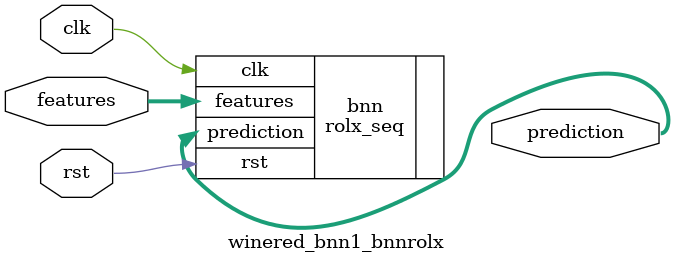
<source format=v>













module winered_bnn1_bnnrolx #(

parameter FEAT_CNT = 11,
parameter HIDDEN_CNT = 40,
parameter FEAT_BITS = 4,
parameter CLASS_CNT = 6,
parameter TEST_CNT = 1000


  ) (
  input clk,
  input rst,
  input [FEAT_CNT*FEAT_BITS-1:0] features,
  output [$clog2(CLASS_CNT)-1:0] prediction
  );

  localparam Weights0 = 440'b11101100111111100100101100110010011011110110111111101101011011000101100010011000011100010100101010010000111110001110100110011010100011010100001101110011000000011110001100111000111000000010110101110111101111111000101110110001010110011111100000101010011100101001111011101110111001010100110111000110111111000101110111100001000000011011111010111001101100001010010111011100011001101010110110010000011110100000101000110010000011100000000110011000 ;
  localparam Weights1 = 240'b101011110101010111101111010101000101111001101110110011111110010011110100100011101000101011111101111001010101001011000101101011100011011000100010000100100000001111000110100000011011100000011101001111010010001011110000001101110000010000111001 ;

  rolx_seq #(.FEAT_CNT(FEAT_CNT),.FEAT_BITS(FEAT_BITS),.HIDDEN_CNT(HIDDEN_CNT),.CLASS_CNT(CLASS_CNT),.Weights0(Weights0),.Weights1(Weights1)) bnn (
    .clk(clk),
    .rst(rst),
    .features(features),
    .prediction(prediction)
  );

endmodule

</source>
